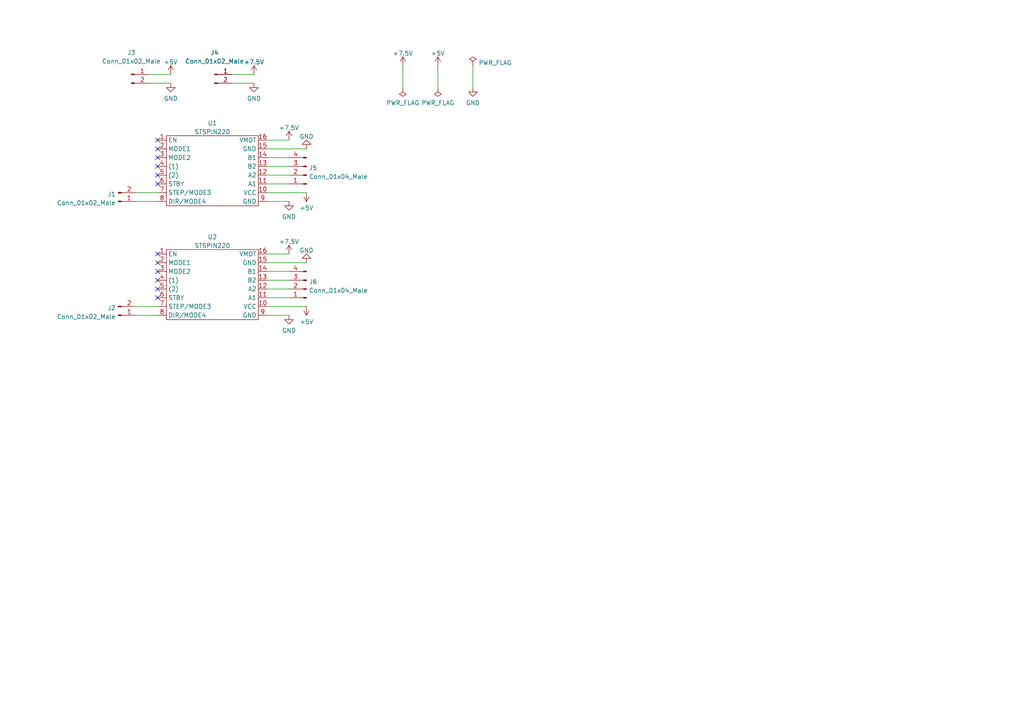
<source format=kicad_sch>
(kicad_sch (version 20211123) (generator eeschema)
  (paper "A4")
  (lib_symbols
    (symbol "Catchrobo2023_OtherSubstrate:STSPIN220"
      (property "Reference" "U" (at 0 12.7 0))
      (property "Value" "STSPIN220" (at 0 10.16 0))
      (symbol "STSPIN220_0_1"
        (rectangle (start -12.7 8.89) (end 13.97 -11.43) (stroke (width 0.1524)))
      )
      (symbol "STSPIN220_1_1"
        (pin passive line (at -15.24 7.62 0) (length 2.54) (name "EN") (number "1"))
        (pin passive line (at 16.51 -7.62 180) (length 2.54) (name "VCC") (number "10"))
        (pin passive line (at 16.51 -5.08 180) (length 2.54) (name "A1") (number "11"))
        (pin passive line (at 16.51 -2.54 180) (length 2.54) (name "A2") (number "12"))
        (pin passive line (at 16.51 0 180) (length 2.54) (name "B2") (number "13"))
        (pin passive line (at 16.51 2.54 180) (length 2.54) (name "B1") (number "14"))
        (pin passive line (at 16.51 5.08 180) (length 2.54) (name "GND") (number "15"))
        (pin passive line (at 16.51 7.62 180) (length 2.54) (name "VMOT") (number "16"))
        (pin passive line (at -15.24 5.08 0) (length 2.54) (name "MODE1") (number "2"))
        (pin passive line (at -15.24 2.54 0) (length 2.54) (name "MODE2") (number "3"))
        (pin passive line (at -15.24 0 0) (length 2.54) (name "(1)") (number "4"))
        (pin passive line (at -15.24 -2.54 0) (length 2.54) (name "(2)") (number "5"))
        (pin passive line (at -15.24 -5.08 0) (length 2.54) (name "STBY") (number "6"))
        (pin passive line (at -15.24 -7.62 0) (length 2.54) (name "STEP/MODE3") (number "7"))
        (pin passive line (at -15.24 -10.16 0) (length 2.54) (name "DIR/MODE4") (number "8"))
        (pin passive line (at 16.51 -10.16 180) (length 2.54) (name "GND") (number "9"))
      )
    )
    (symbol "Connector:Conn_01x02_Male" (pin_names (offset 1.016) hide)
      (property "Reference" "J" (at 0 2.54 0))
      (property "Value" "Conn_01x02_Male" (at 0 -5.08 0))
      (symbol "Conn_01x02_Male_1_1"
        (polyline (pts (xy 1.27 -2.54) (xy 0.8636 -2.54)) (stroke (width 0.1524)))
        (polyline (pts (xy 1.27 0) (xy 0.8636 0)) (stroke (width 0.1524)))
        (rectangle (start 0.8636 -2.413) (end 0 -2.667) (stroke (width 0.1524)) (fill (type outline)))
        (rectangle (start 0.8636 0.127) (end 0 -0.127) (stroke (width 0.1524)) (fill (type outline)))
        (pin passive line (at 5.08 0 180) (length 3.81) (name "Pin_1") (number "1"))
        (pin passive line (at 5.08 -2.54 180) (length 3.81) (name "Pin_2") (number "2"))
      )
    )
    (symbol "Connector:Conn_01x04_Male" (pin_names (offset 1.016) hide)
      (property "Reference" "J" (at 0 5.08 0))
      (property "Value" "Conn_01x04_Male" (at 0 -7.62 0))
      (symbol "Conn_01x04_Male_1_1"
        (polyline (pts (xy 1.27 -5.08) (xy 0.8636 -5.08)) (stroke (width 0.1524)))
        (polyline (pts (xy 1.27 -2.54) (xy 0.8636 -2.54)) (stroke (width 0.1524)))
        (polyline (pts (xy 1.27 0) (xy 0.8636 0)) (stroke (width 0.1524)))
        (polyline (pts (xy 1.27 2.54) (xy 0.8636 2.54)) (stroke (width 0.1524)))
        (rectangle (start 0.8636 -4.953) (end 0 -5.207) (stroke (width 0.1524)) (fill (type outline)))
        (rectangle (start 0.8636 -2.413) (end 0 -2.667) (stroke (width 0.1524)) (fill (type outline)))
        (rectangle (start 0.8636 0.127) (end 0 -0.127) (stroke (width 0.1524)) (fill (type outline)))
        (rectangle (start 0.8636 2.667) (end 0 2.413) (stroke (width 0.1524)) (fill (type outline)))
        (pin passive line (at 5.08 2.54 180) (length 3.81) (name "Pin_1") (number "1"))
        (pin passive line (at 5.08 0 180) (length 3.81) (name "Pin_2") (number "2"))
        (pin passive line (at 5.08 -2.54 180) (length 3.81) (name "Pin_3") (number "3"))
        (pin passive line (at 5.08 -5.08 180) (length 3.81) (name "Pin_4") (number "4"))
      )
    )
    (symbol "power:+5V" (power) (pin_names (offset 0))
      (property "Value" "+5V" (at 0 3.556 0))
      (symbol "+5V_0_1"
        (polyline (pts (xy -0.762 1.27) (xy 0 2.54)))
        (polyline (pts (xy 0 0) (xy 0 2.54)))
        (polyline (pts (xy 0 2.54) (xy 0.762 1.27)))
      )
      (symbol "+5V_1_1"
        (pin power_in line (at 0 0 90) (length 0) hide (name "+5V") (number "1"))
      )
    )
    (symbol "power:+7.5V" (power) (pin_names (offset 0))
      (property "Value" "+7.5V" (at 0 3.556 0))
      (symbol "+7.5V_0_1"
        (polyline (pts (xy -0.762 1.27) (xy 0 2.54)))
        (polyline (pts (xy 0 0) (xy 0 2.54)))
        (polyline (pts (xy 0 2.54) (xy 0.762 1.27)))
      )
      (symbol "+7.5V_1_1"
        (pin power_in line (at 0 0 90) (length 0) hide (name "+7.5V") (number "1"))
      )
    )
    (symbol "power:GND" (power) (pin_names (offset 0))
      (property "Value" "GND" (at 0 -3.81 0))
      (symbol "GND_0_1"
        (polyline (pts (xy 0 0) (xy 0 -1.27) (xy 1.27 -1.27) (xy 0 -2.54) (xy -1.27 -1.27) (xy 0 -1.27)))
      )
      (symbol "GND_1_1"
        (pin power_in line (at 0 0 270) (length 0) hide (name "GND") (number "1"))
      )
    )
    (symbol "power:PWR_FLAG" (power) (pin_numbers hide) (pin_names (offset 0) hide)
      (property "Value" "PWR_FLAG" (at 0 3.81 0))
      (symbol "PWR_FLAG_0_0"
        (pin power_out line (at 0 0 90) (length 0) (name "pwr") (number "1"))
      )
      (symbol "PWR_FLAG_0_1"
        (polyline (pts (xy 0 0) (xy 0 1.27) (xy -1.016 1.905) (xy 0 2.54) (xy 1.016 1.905) (xy 0 1.27)))
      )
    )
  )
  (no_connect (at 45.72 50.8))
  (no_connect (at 45.72 43.18))
  (no_connect (at 45.72 45.72))
  (no_connect (at 45.72 48.26))
  (no_connect (at 45.72 53.34))
  (no_connect (at 45.72 40.64))
  (no_connect (at 45.72 83.82))
  (no_connect (at 45.72 81.28))
  (no_connect (at 45.72 86.36))
  (no_connect (at 45.72 78.74))
  (no_connect (at 45.72 73.66))
  (no_connect (at 45.72 76.2))
  (wire (pts (xy 77.47 78.74) (xy 83.82 78.74)))
  (wire (pts (xy 39.37 91.44) (xy 45.72 91.44)))
  (wire (pts (xy 77.47 83.82) (xy 83.82 83.82)))
  (wire (pts (xy 39.37 58.42) (xy 45.72 58.42)))
  (wire (pts (xy 43.18 21.59) (xy 49.53 21.59)))
  (wire (pts (xy 39.37 88.9) (xy 45.72 88.9)))
  (wire (pts (xy 67.31 24.13) (xy 73.66 24.13)))
  (wire (pts (xy 77.47 76.2) (xy 88.9 76.2)))
  (wire (pts (xy 43.18 24.13) (xy 49.53 24.13)))
  (wire (pts (xy 77.47 58.42) (xy 83.82 58.42)))
  (wire (pts (xy 77.47 55.88) (xy 88.9 55.88)))
  (wire (pts (xy 39.37 55.88) (xy 45.72 55.88)))
  (wire (pts (xy 77.47 48.26) (xy 83.82 48.26)))
  (wire (pts (xy 77.47 50.8) (xy 83.82 50.8)))
  (wire (pts (xy 77.47 86.36) (xy 83.82 86.36)))
  (wire (pts (xy 116.84 19.05) (xy 116.84 25.4)))
  (wire (pts (xy 137.16 19.05) (xy 137.16 25.4)))
  (wire (pts (xy 77.47 88.9) (xy 88.9 88.9)))
  (wire (pts (xy 77.47 81.28) (xy 83.82 81.28)))
  (wire (pts (xy 67.31 21.59) (xy 73.66 21.59)))
  (wire (pts (xy 77.47 43.18) (xy 88.9 43.18)))
  (wire (pts (xy 127 19.05) (xy 127 25.4)))
  (wire (pts (xy 77.47 73.66) (xy 83.82 73.66)))
  (wire (pts (xy 77.47 40.64) (xy 83.82 40.64)))
  (wire (pts (xy 77.47 45.72) (xy 83.82 45.72)))
  (wire (pts (xy 77.47 91.44) (xy 83.82 91.44)))
  (wire (pts (xy 77.47 53.34) (xy 83.82 53.34)))
  (symbol (lib_id "power:+7.5V") (at 83.82 73.66 0) (unit 1)
    (property "Reference" "#PWR07" (effects hide))
    (property "Value" "+7.5V" (at 83.82 70.0842 0))
  )
  (symbol (lib_id "Connector:Conn_01x04_Male") (at 88.9 83.82 180) (unit 1)
    (property "Reference" "J6" (at 89.6112 81.7153 0) (effects (justify right)))
    (property "Value" "Conn_01x04_Male" (at 89.6112 84.2522 0) (effects (justify right)))
    (property "Footprint" "Connector_JST:JST_XH_S4B-XH-A-1_1x04_P2.50mm_Horizontal" (effects hide))
  )
  (symbol (lib_id "Catchrobo2023_OtherSubstrate:STSPIN220") (at 60.96 81.28 0) (unit 1)
    (property "Reference" "U2" (at 61.595 68.741 0))
    (property "Value" "STSPIN220" (at 61.595 71.2779 0))
    (property "Footprint" "CatchRobo2023_OtherSubstrate:STSPIN220" (effects hide))
  )
  (symbol (lib_id "power:+5V") (at 88.9 88.9 180) (unit 1)
    (property "Reference" "#PWR012" (effects hide))
    (property "Value" "+5V" (at 88.9 93.3434 0))
  )
  (symbol (lib_id "power:GND") (at 83.82 58.42 0) (unit 1)
    (property "Reference" "#PWR06" (effects hide))
    (property "Value" "GND" (at 83.82 62.8634 0))
  )
  (symbol (lib_id "power:+7.5V") (at 73.66 21.59 0) (unit 1)
    (property "Reference" "#PWR03" (effects hide))
    (property "Value" "+7.5V" (at 73.66 18.0142 0))
  )
  (symbol (lib_id "power:GND") (at 73.66 24.13 0) (unit 1)
    (property "Reference" "#PWR04" (effects hide))
    (property "Value" "GND" (at 73.66 28.5734 0))
  )
  (symbol (lib_id "power:+5V") (at 127 19.05 0) (unit 1)
    (property "Reference" "#PWR0102" (effects hide))
    (property "Value" "+5V" (at 127 15.4742 0))
  )
  (symbol (lib_id "Connector:Conn_01x02_Male") (at 38.1 21.59 0) (unit 1)
    (property "Reference" "J3" (at 38.1 15.24 0))
    (property "Value" "Conn_01x02_Male" (at 38.1 17.7769 0))
    (property "Footprint" "Connector_JST:JST_XH_S2B-XH-A-1_1x02_P2.50mm_Horizontal" (effects hide))
  )
  (symbol (lib_id "power:+7.5V") (at 116.84 19.05 0) (unit 1)
    (property "Reference" "#PWR0103" (effects hide))
    (property "Value" "+7.5V" (at 116.84 15.4742 0))
  )
  (symbol (lib_id "power:GND") (at 83.82 91.44 0) (unit 1)
    (property "Reference" "#PWR08" (effects hide))
    (property "Value" "GND" (at 83.82 95.8834 0))
  )
  (symbol (lib_id "Connector:Conn_01x02_Male") (at 34.29 91.44 0) (mirror x) (unit 1)
    (property "Reference" "J2" (at 33.5789 89.3353 0) (effects (justify right)))
    (property "Value" "Conn_01x02_Male" (at 33.5789 91.8722 0) (effects (justify right)))
    (property "Footprint" "Connector_JST:JST_XH_S2B-XH-A-1_1x02_P2.50mm_Horizontal" (effects hide))
  )
  (symbol (lib_id "power:GND") (at 137.16 25.4 0) (unit 1)
    (property "Reference" "#PWR0101" (effects hide))
    (property "Value" "GND" (at 137.16 29.8434 0))
  )
  (symbol (lib_id "Connector:Conn_01x04_Male") (at 88.9 50.8 180) (unit 1)
    (property "Reference" "J5" (at 89.6112 48.6953 0) (effects (justify right)))
    (property "Value" "Conn_01x04_Male" (at 89.6112 51.2322 0) (effects (justify right)))
    (property "Footprint" "Connector_JST:JST_XH_S4B-XH-A-1_1x04_P2.50mm_Horizontal" (effects hide))
  )
  (symbol (lib_id "power:GND") (at 88.9 43.18 180) (unit 1)
    (property "Reference" "#PWR09" (effects hide))
    (property "Value" "GND" (at 88.9 39.6042 0))
  )
  (symbol (lib_id "power:PWR_FLAG") (at 137.16 19.05 0) (unit 1)
    (property "Reference" "#FLG0101" (effects hide))
    (property "Value" "PWR_FLAG" (at 138.811 18.2138 0) (effects (justify left)))
  )
  (symbol (lib_id "power:+5V") (at 88.9 55.88 180) (unit 1)
    (property "Reference" "#PWR010" (effects hide))
    (property "Value" "+5V" (at 88.9 60.3234 0))
  )
  (symbol (lib_id "Connector:Conn_01x02_Male") (at 34.29 58.42 0) (mirror x) (unit 1)
    (property "Reference" "J1" (at 33.5789 56.3153 0) (effects (justify right)))
    (property "Value" "Conn_01x02_Male" (at 33.5789 58.8522 0) (effects (justify right)))
    (property "Footprint" "Connector_JST:JST_XH_S2B-XH-A-1_1x02_P2.50mm_Horizontal" (effects hide))
  )
  (symbol (lib_id "power:PWR_FLAG") (at 116.84 25.4 180) (unit 1)
    (property "Reference" "#FLG0103" (effects hide))
    (property "Value" "PWR_FLAG" (at 116.84 29.8434 0))
  )
  (symbol (lib_id "power:GND") (at 49.53 24.13 0) (unit 1)
    (property "Reference" "#PWR02" (effects hide))
    (property "Value" "GND" (at 49.53 28.5734 0))
  )
  (symbol (lib_id "power:PWR_FLAG") (at 127 25.4 180) (unit 1)
    (property "Reference" "#FLG0102" (effects hide))
    (property "Value" "PWR_FLAG" (at 127 29.8434 0))
  )
  (symbol (lib_id "power:+7.5V") (at 83.82 40.64 0) (unit 1)
    (property "Reference" "#PWR05" (effects hide))
    (property "Value" "+7.5V" (at 83.82 37.0642 0))
  )
  (symbol (lib_id "Catchrobo2023_OtherSubstrate:STSPIN220") (at 60.96 48.26 0) (unit 1)
    (property "Reference" "U1" (at 61.595 35.721 0))
    (property "Value" "STSPIN220" (at 61.595 38.2579 0))
    (property "Footprint" "CatchRobo2023_OtherSubstrate:STSPIN220" (effects hide))
  )
  (symbol (lib_id "power:+5V") (at 49.53 21.59 0) (unit 1)
    (property "Reference" "#PWR01" (effects hide))
    (property "Value" "+5V" (at 49.53 18.0142 0))
  )
  (symbol (lib_id "power:GND") (at 88.9 76.2 180) (unit 1)
    (property "Reference" "#PWR011" (effects hide))
    (property "Value" "GND" (at 88.9 72.6242 0))
  )
  (symbol (lib_id "Connector:Conn_01x02_Male") (at 62.23 21.59 0) (unit 1)
    (property "Reference" "J4" (at 62.23 15.24 0))
    (property "Value" "Conn_01x02_Male" (at 62.23 17.7769 0))
    (property "Footprint" "Connector_JST:JST_XH_S2B-XH-A-1_1x02_P2.50mm_Horizontal" (effects hide))
  )
)
</source>
